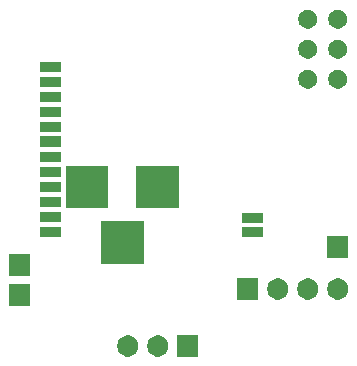
<source format=gbr>
G04 #@! TF.GenerationSoftware,KiCad,Pcbnew,(5.1.5)-3*
G04 #@! TF.CreationDate,2020-08-28T01:49:56-04:00*
G04 #@! TF.ProjectId,BikeLightComputer,42696b65-4c69-4676-9874-436f6d707574,rev?*
G04 #@! TF.SameCoordinates,Original*
G04 #@! TF.FileFunction,Soldermask,Bot*
G04 #@! TF.FilePolarity,Negative*
%FSLAX46Y46*%
G04 Gerber Fmt 4.6, Leading zero omitted, Abs format (unit mm)*
G04 Created by KiCad (PCBNEW (5.1.5)-3) date 2020-08-28 01:49:56*
%MOMM*%
%LPD*%
G04 APERTURE LIST*
%ADD10C,0.100000*%
G04 APERTURE END LIST*
D10*
G36*
X160921000Y-95135000D02*
G01*
X159119000Y-95135000D01*
X159119000Y-93333000D01*
X160921000Y-93333000D01*
X160921000Y-95135000D01*
G37*
G36*
X155053512Y-93337927D02*
G01*
X155202812Y-93367624D01*
X155366784Y-93435544D01*
X155514354Y-93534147D01*
X155639853Y-93659646D01*
X155738456Y-93807216D01*
X155806376Y-93971188D01*
X155841000Y-94145259D01*
X155841000Y-94322741D01*
X155806376Y-94496812D01*
X155738456Y-94660784D01*
X155639853Y-94808354D01*
X155514354Y-94933853D01*
X155366784Y-95032456D01*
X155202812Y-95100376D01*
X155053512Y-95130073D01*
X155028742Y-95135000D01*
X154851258Y-95135000D01*
X154826488Y-95130073D01*
X154677188Y-95100376D01*
X154513216Y-95032456D01*
X154365646Y-94933853D01*
X154240147Y-94808354D01*
X154141544Y-94660784D01*
X154073624Y-94496812D01*
X154039000Y-94322741D01*
X154039000Y-94145259D01*
X154073624Y-93971188D01*
X154141544Y-93807216D01*
X154240147Y-93659646D01*
X154365646Y-93534147D01*
X154513216Y-93435544D01*
X154677188Y-93367624D01*
X154826488Y-93337927D01*
X154851258Y-93333000D01*
X155028742Y-93333000D01*
X155053512Y-93337927D01*
G37*
G36*
X157593512Y-93337927D02*
G01*
X157742812Y-93367624D01*
X157906784Y-93435544D01*
X158054354Y-93534147D01*
X158179853Y-93659646D01*
X158278456Y-93807216D01*
X158346376Y-93971188D01*
X158381000Y-94145259D01*
X158381000Y-94322741D01*
X158346376Y-94496812D01*
X158278456Y-94660784D01*
X158179853Y-94808354D01*
X158054354Y-94933853D01*
X157906784Y-95032456D01*
X157742812Y-95100376D01*
X157593512Y-95130073D01*
X157568742Y-95135000D01*
X157391258Y-95135000D01*
X157366488Y-95130073D01*
X157217188Y-95100376D01*
X157053216Y-95032456D01*
X156905646Y-94933853D01*
X156780147Y-94808354D01*
X156681544Y-94660784D01*
X156613624Y-94496812D01*
X156579000Y-94322741D01*
X156579000Y-94145259D01*
X156613624Y-93971188D01*
X156681544Y-93807216D01*
X156780147Y-93659646D01*
X156905646Y-93534147D01*
X157053216Y-93435544D01*
X157217188Y-93367624D01*
X157366488Y-93337927D01*
X157391258Y-93333000D01*
X157568742Y-93333000D01*
X157593512Y-93337927D01*
G37*
G36*
X146697000Y-90817000D02*
G01*
X144895000Y-90817000D01*
X144895000Y-89015000D01*
X146697000Y-89015000D01*
X146697000Y-90817000D01*
G37*
G36*
X167753512Y-88511927D02*
G01*
X167902812Y-88541624D01*
X168066784Y-88609544D01*
X168214354Y-88708147D01*
X168339853Y-88833646D01*
X168438456Y-88981216D01*
X168506376Y-89145188D01*
X168541000Y-89319259D01*
X168541000Y-89496741D01*
X168506376Y-89670812D01*
X168438456Y-89834784D01*
X168339853Y-89982354D01*
X168214354Y-90107853D01*
X168066784Y-90206456D01*
X167902812Y-90274376D01*
X167753512Y-90304073D01*
X167728742Y-90309000D01*
X167551258Y-90309000D01*
X167526488Y-90304073D01*
X167377188Y-90274376D01*
X167213216Y-90206456D01*
X167065646Y-90107853D01*
X166940147Y-89982354D01*
X166841544Y-89834784D01*
X166773624Y-89670812D01*
X166739000Y-89496741D01*
X166739000Y-89319259D01*
X166773624Y-89145188D01*
X166841544Y-88981216D01*
X166940147Y-88833646D01*
X167065646Y-88708147D01*
X167213216Y-88609544D01*
X167377188Y-88541624D01*
X167526488Y-88511927D01*
X167551258Y-88507000D01*
X167728742Y-88507000D01*
X167753512Y-88511927D01*
G37*
G36*
X172833512Y-88511927D02*
G01*
X172982812Y-88541624D01*
X173146784Y-88609544D01*
X173294354Y-88708147D01*
X173419853Y-88833646D01*
X173518456Y-88981216D01*
X173586376Y-89145188D01*
X173621000Y-89319259D01*
X173621000Y-89496741D01*
X173586376Y-89670812D01*
X173518456Y-89834784D01*
X173419853Y-89982354D01*
X173294354Y-90107853D01*
X173146784Y-90206456D01*
X172982812Y-90274376D01*
X172833512Y-90304073D01*
X172808742Y-90309000D01*
X172631258Y-90309000D01*
X172606488Y-90304073D01*
X172457188Y-90274376D01*
X172293216Y-90206456D01*
X172145646Y-90107853D01*
X172020147Y-89982354D01*
X171921544Y-89834784D01*
X171853624Y-89670812D01*
X171819000Y-89496741D01*
X171819000Y-89319259D01*
X171853624Y-89145188D01*
X171921544Y-88981216D01*
X172020147Y-88833646D01*
X172145646Y-88708147D01*
X172293216Y-88609544D01*
X172457188Y-88541624D01*
X172606488Y-88511927D01*
X172631258Y-88507000D01*
X172808742Y-88507000D01*
X172833512Y-88511927D01*
G37*
G36*
X170293512Y-88511927D02*
G01*
X170442812Y-88541624D01*
X170606784Y-88609544D01*
X170754354Y-88708147D01*
X170879853Y-88833646D01*
X170978456Y-88981216D01*
X171046376Y-89145188D01*
X171081000Y-89319259D01*
X171081000Y-89496741D01*
X171046376Y-89670812D01*
X170978456Y-89834784D01*
X170879853Y-89982354D01*
X170754354Y-90107853D01*
X170606784Y-90206456D01*
X170442812Y-90274376D01*
X170293512Y-90304073D01*
X170268742Y-90309000D01*
X170091258Y-90309000D01*
X170066488Y-90304073D01*
X169917188Y-90274376D01*
X169753216Y-90206456D01*
X169605646Y-90107853D01*
X169480147Y-89982354D01*
X169381544Y-89834784D01*
X169313624Y-89670812D01*
X169279000Y-89496741D01*
X169279000Y-89319259D01*
X169313624Y-89145188D01*
X169381544Y-88981216D01*
X169480147Y-88833646D01*
X169605646Y-88708147D01*
X169753216Y-88609544D01*
X169917188Y-88541624D01*
X170066488Y-88511927D01*
X170091258Y-88507000D01*
X170268742Y-88507000D01*
X170293512Y-88511927D01*
G37*
G36*
X166001000Y-90309000D02*
G01*
X164199000Y-90309000D01*
X164199000Y-88507000D01*
X166001000Y-88507000D01*
X166001000Y-90309000D01*
G37*
G36*
X146697000Y-88277000D02*
G01*
X144895000Y-88277000D01*
X144895000Y-86475000D01*
X146697000Y-86475000D01*
X146697000Y-88277000D01*
G37*
G36*
X156281000Y-87273000D02*
G01*
X152679000Y-87273000D01*
X152679000Y-83671000D01*
X156281000Y-83671000D01*
X156281000Y-87273000D01*
G37*
G36*
X173621000Y-86753000D02*
G01*
X171819000Y-86753000D01*
X171819000Y-84951000D01*
X173621000Y-84951000D01*
X173621000Y-86753000D01*
G37*
G36*
X149273460Y-85039400D02*
G01*
X147495060Y-85039400D01*
X147495060Y-84124600D01*
X149273460Y-84124600D01*
X149273460Y-85039400D01*
G37*
G36*
X166415920Y-85039400D02*
G01*
X164637520Y-85039400D01*
X164637520Y-84124600D01*
X166415920Y-84124600D01*
X166415920Y-85039400D01*
G37*
G36*
X166415920Y-83848140D02*
G01*
X164637520Y-83848140D01*
X164637520Y-82933340D01*
X166415920Y-82933340D01*
X166415920Y-83848140D01*
G37*
G36*
X149273460Y-83769400D02*
G01*
X147495060Y-83769400D01*
X147495060Y-82854600D01*
X149273460Y-82854600D01*
X149273460Y-83769400D01*
G37*
G36*
X153281000Y-82573000D02*
G01*
X149679000Y-82573000D01*
X149679000Y-78971000D01*
X153281000Y-78971000D01*
X153281000Y-82573000D01*
G37*
G36*
X159281000Y-82573000D02*
G01*
X155679000Y-82573000D01*
X155679000Y-78971000D01*
X159281000Y-78971000D01*
X159281000Y-82573000D01*
G37*
G36*
X149273460Y-82499400D02*
G01*
X147495060Y-82499400D01*
X147495060Y-81584600D01*
X149273460Y-81584600D01*
X149273460Y-82499400D01*
G37*
G36*
X149273460Y-81229400D02*
G01*
X147495060Y-81229400D01*
X147495060Y-80314600D01*
X149273460Y-80314600D01*
X149273460Y-81229400D01*
G37*
G36*
X149273460Y-79959400D02*
G01*
X147495060Y-79959400D01*
X147495060Y-79044600D01*
X149273460Y-79044600D01*
X149273460Y-79959400D01*
G37*
G36*
X149273460Y-78689400D02*
G01*
X147495060Y-78689400D01*
X147495060Y-77774600D01*
X149273460Y-77774600D01*
X149273460Y-78689400D01*
G37*
G36*
X149273460Y-77340660D02*
G01*
X147495060Y-77340660D01*
X147495060Y-76425860D01*
X149273460Y-76425860D01*
X149273460Y-77340660D01*
G37*
G36*
X149273460Y-76149400D02*
G01*
X147495060Y-76149400D01*
X147495060Y-75234600D01*
X149273460Y-75234600D01*
X149273460Y-76149400D01*
G37*
G36*
X149273460Y-74879400D02*
G01*
X147495060Y-74879400D01*
X147495060Y-73964600D01*
X149273460Y-73964600D01*
X149273460Y-74879400D01*
G37*
G36*
X149273460Y-73609400D02*
G01*
X147495060Y-73609400D01*
X147495060Y-72694600D01*
X149273460Y-72694600D01*
X149273460Y-73609400D01*
G37*
G36*
X172953642Y-70857781D02*
G01*
X173099414Y-70918162D01*
X173099416Y-70918163D01*
X173230608Y-71005822D01*
X173342178Y-71117392D01*
X173429837Y-71248584D01*
X173429838Y-71248586D01*
X173490219Y-71394358D01*
X173521000Y-71549107D01*
X173521000Y-71706893D01*
X173490219Y-71861642D01*
X173429838Y-72007414D01*
X173429837Y-72007416D01*
X173342178Y-72138608D01*
X173230608Y-72250178D01*
X173099416Y-72337837D01*
X173099415Y-72337838D01*
X173099414Y-72337838D01*
X172953642Y-72398219D01*
X172798893Y-72429000D01*
X172641107Y-72429000D01*
X172486358Y-72398219D01*
X172340586Y-72337838D01*
X172340585Y-72337838D01*
X172340584Y-72337837D01*
X172209392Y-72250178D01*
X172097822Y-72138608D01*
X172010163Y-72007416D01*
X172010162Y-72007414D01*
X171949781Y-71861642D01*
X171919000Y-71706893D01*
X171919000Y-71549107D01*
X171949781Y-71394358D01*
X172010162Y-71248586D01*
X172010163Y-71248584D01*
X172097822Y-71117392D01*
X172209392Y-71005822D01*
X172340584Y-70918163D01*
X172340586Y-70918162D01*
X172486358Y-70857781D01*
X172641107Y-70827000D01*
X172798893Y-70827000D01*
X172953642Y-70857781D01*
G37*
G36*
X170413642Y-70857781D02*
G01*
X170559414Y-70918162D01*
X170559416Y-70918163D01*
X170690608Y-71005822D01*
X170802178Y-71117392D01*
X170889837Y-71248584D01*
X170889838Y-71248586D01*
X170950219Y-71394358D01*
X170981000Y-71549107D01*
X170981000Y-71706893D01*
X170950219Y-71861642D01*
X170889838Y-72007414D01*
X170889837Y-72007416D01*
X170802178Y-72138608D01*
X170690608Y-72250178D01*
X170559416Y-72337837D01*
X170559415Y-72337838D01*
X170559414Y-72337838D01*
X170413642Y-72398219D01*
X170258893Y-72429000D01*
X170101107Y-72429000D01*
X169946358Y-72398219D01*
X169800586Y-72337838D01*
X169800585Y-72337838D01*
X169800584Y-72337837D01*
X169669392Y-72250178D01*
X169557822Y-72138608D01*
X169470163Y-72007416D01*
X169470162Y-72007414D01*
X169409781Y-71861642D01*
X169379000Y-71706893D01*
X169379000Y-71549107D01*
X169409781Y-71394358D01*
X169470162Y-71248586D01*
X169470163Y-71248584D01*
X169557822Y-71117392D01*
X169669392Y-71005822D01*
X169800584Y-70918163D01*
X169800586Y-70918162D01*
X169946358Y-70857781D01*
X170101107Y-70827000D01*
X170258893Y-70827000D01*
X170413642Y-70857781D01*
G37*
G36*
X149273460Y-72339400D02*
G01*
X147495060Y-72339400D01*
X147495060Y-71424600D01*
X149273460Y-71424600D01*
X149273460Y-72339400D01*
G37*
G36*
X149273460Y-71069400D02*
G01*
X147495060Y-71069400D01*
X147495060Y-70154600D01*
X149273460Y-70154600D01*
X149273460Y-71069400D01*
G37*
G36*
X170413642Y-68317781D02*
G01*
X170559414Y-68378162D01*
X170559416Y-68378163D01*
X170690608Y-68465822D01*
X170802178Y-68577392D01*
X170889837Y-68708584D01*
X170889838Y-68708586D01*
X170950219Y-68854358D01*
X170981000Y-69009107D01*
X170981000Y-69166893D01*
X170950219Y-69321642D01*
X170889838Y-69467414D01*
X170889837Y-69467416D01*
X170802178Y-69598608D01*
X170690608Y-69710178D01*
X170559416Y-69797837D01*
X170559415Y-69797838D01*
X170559414Y-69797838D01*
X170413642Y-69858219D01*
X170258893Y-69889000D01*
X170101107Y-69889000D01*
X169946358Y-69858219D01*
X169800586Y-69797838D01*
X169800585Y-69797838D01*
X169800584Y-69797837D01*
X169669392Y-69710178D01*
X169557822Y-69598608D01*
X169470163Y-69467416D01*
X169470162Y-69467414D01*
X169409781Y-69321642D01*
X169379000Y-69166893D01*
X169379000Y-69009107D01*
X169409781Y-68854358D01*
X169470162Y-68708586D01*
X169470163Y-68708584D01*
X169557822Y-68577392D01*
X169669392Y-68465822D01*
X169800584Y-68378163D01*
X169800586Y-68378162D01*
X169946358Y-68317781D01*
X170101107Y-68287000D01*
X170258893Y-68287000D01*
X170413642Y-68317781D01*
G37*
G36*
X172953642Y-68317781D02*
G01*
X173099414Y-68378162D01*
X173099416Y-68378163D01*
X173230608Y-68465822D01*
X173342178Y-68577392D01*
X173429837Y-68708584D01*
X173429838Y-68708586D01*
X173490219Y-68854358D01*
X173521000Y-69009107D01*
X173521000Y-69166893D01*
X173490219Y-69321642D01*
X173429838Y-69467414D01*
X173429837Y-69467416D01*
X173342178Y-69598608D01*
X173230608Y-69710178D01*
X173099416Y-69797837D01*
X173099415Y-69797838D01*
X173099414Y-69797838D01*
X172953642Y-69858219D01*
X172798893Y-69889000D01*
X172641107Y-69889000D01*
X172486358Y-69858219D01*
X172340586Y-69797838D01*
X172340585Y-69797838D01*
X172340584Y-69797837D01*
X172209392Y-69710178D01*
X172097822Y-69598608D01*
X172010163Y-69467416D01*
X172010162Y-69467414D01*
X171949781Y-69321642D01*
X171919000Y-69166893D01*
X171919000Y-69009107D01*
X171949781Y-68854358D01*
X172010162Y-68708586D01*
X172010163Y-68708584D01*
X172097822Y-68577392D01*
X172209392Y-68465822D01*
X172340584Y-68378163D01*
X172340586Y-68378162D01*
X172486358Y-68317781D01*
X172641107Y-68287000D01*
X172798893Y-68287000D01*
X172953642Y-68317781D01*
G37*
G36*
X170413642Y-65777781D02*
G01*
X170559414Y-65838162D01*
X170559416Y-65838163D01*
X170690608Y-65925822D01*
X170802178Y-66037392D01*
X170889837Y-66168584D01*
X170889838Y-66168586D01*
X170950219Y-66314358D01*
X170981000Y-66469107D01*
X170981000Y-66626893D01*
X170950219Y-66781642D01*
X170889838Y-66927414D01*
X170889837Y-66927416D01*
X170802178Y-67058608D01*
X170690608Y-67170178D01*
X170559416Y-67257837D01*
X170559415Y-67257838D01*
X170559414Y-67257838D01*
X170413642Y-67318219D01*
X170258893Y-67349000D01*
X170101107Y-67349000D01*
X169946358Y-67318219D01*
X169800586Y-67257838D01*
X169800585Y-67257838D01*
X169800584Y-67257837D01*
X169669392Y-67170178D01*
X169557822Y-67058608D01*
X169470163Y-66927416D01*
X169470162Y-66927414D01*
X169409781Y-66781642D01*
X169379000Y-66626893D01*
X169379000Y-66469107D01*
X169409781Y-66314358D01*
X169470162Y-66168586D01*
X169470163Y-66168584D01*
X169557822Y-66037392D01*
X169669392Y-65925822D01*
X169800584Y-65838163D01*
X169800586Y-65838162D01*
X169946358Y-65777781D01*
X170101107Y-65747000D01*
X170258893Y-65747000D01*
X170413642Y-65777781D01*
G37*
G36*
X172953642Y-65777781D02*
G01*
X173099414Y-65838162D01*
X173099416Y-65838163D01*
X173230608Y-65925822D01*
X173342178Y-66037392D01*
X173429837Y-66168584D01*
X173429838Y-66168586D01*
X173490219Y-66314358D01*
X173521000Y-66469107D01*
X173521000Y-66626893D01*
X173490219Y-66781642D01*
X173429838Y-66927414D01*
X173429837Y-66927416D01*
X173342178Y-67058608D01*
X173230608Y-67170178D01*
X173099416Y-67257837D01*
X173099415Y-67257838D01*
X173099414Y-67257838D01*
X172953642Y-67318219D01*
X172798893Y-67349000D01*
X172641107Y-67349000D01*
X172486358Y-67318219D01*
X172340586Y-67257838D01*
X172340585Y-67257838D01*
X172340584Y-67257837D01*
X172209392Y-67170178D01*
X172097822Y-67058608D01*
X172010163Y-66927416D01*
X172010162Y-66927414D01*
X171949781Y-66781642D01*
X171919000Y-66626893D01*
X171919000Y-66469107D01*
X171949781Y-66314358D01*
X172010162Y-66168586D01*
X172010163Y-66168584D01*
X172097822Y-66037392D01*
X172209392Y-65925822D01*
X172340584Y-65838163D01*
X172340586Y-65838162D01*
X172486358Y-65777781D01*
X172641107Y-65747000D01*
X172798893Y-65747000D01*
X172953642Y-65777781D01*
G37*
M02*

</source>
